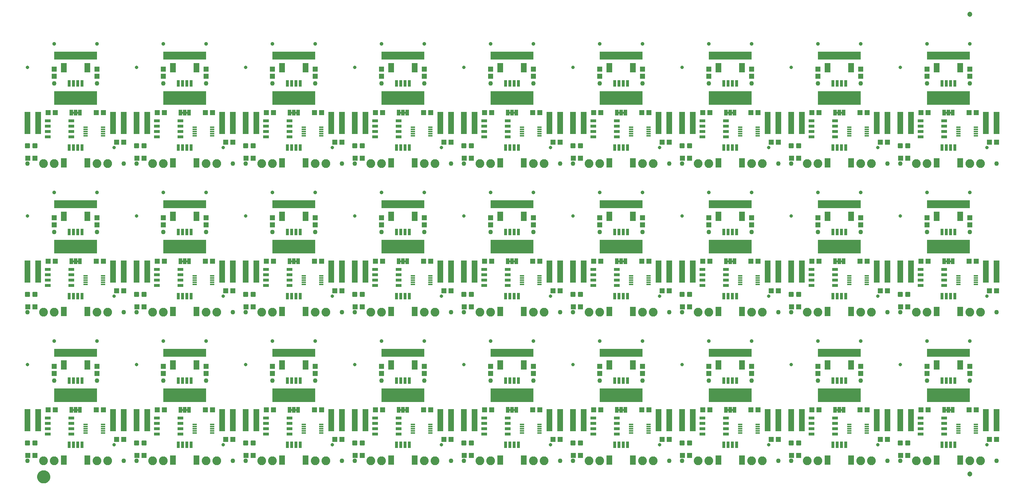
<source format=gts>
G75*
%MOIN*%
%OFA0B0*%
%FSLAX25Y25*%
%IPPOS*%
%LPD*%
%AMOC8*
5,1,8,0,0,1.08239X$1,22.5*
%
%ADD10C,0.04343*%
%ADD11C,0.03556*%
%ADD12R,0.40000X0.07500*%
%ADD13R,0.40000X0.12500*%
%ADD14R,0.05131X0.04737*%
%ADD15R,0.05524X0.03162*%
%ADD16R,0.05524X0.08674*%
%ADD17R,0.03162X0.06115*%
%ADD18R,0.04737X0.05131*%
%ADD19R,0.03300X0.05800*%
%ADD20C,0.00500*%
%ADD21C,0.08200*%
%ADD22C,0.03300*%
%ADD23R,0.04331X0.01575*%
%ADD24C,0.01421*%
%ADD25R,0.05800X0.20800*%
%ADD26C,0.04737*%
%ADD27C,0.05000*%
%ADD28C,0.06706*%
D10*
X0033400Y0033400D03*
X0123400Y0033400D03*
X0135400Y0033400D03*
X0225400Y0033400D03*
X0237400Y0033400D03*
X0327400Y0033400D03*
X0339400Y0033400D03*
X0429400Y0033400D03*
X0441400Y0033400D03*
X0531400Y0033400D03*
X0543400Y0033400D03*
X0633400Y0033400D03*
X0645400Y0033400D03*
X0735400Y0033400D03*
X0747400Y0033400D03*
X0837400Y0033400D03*
X0849400Y0033400D03*
X0939400Y0033400D03*
X0914400Y0108400D03*
X0874400Y0108400D03*
X0812400Y0108400D03*
X0772400Y0108400D03*
X0710400Y0108400D03*
X0670400Y0108400D03*
X0608400Y0108400D03*
X0568400Y0108400D03*
X0506400Y0108400D03*
X0466400Y0108400D03*
X0404400Y0108400D03*
X0364400Y0108400D03*
X0302400Y0108400D03*
X0262400Y0108400D03*
X0200400Y0108400D03*
X0160400Y0108400D03*
X0098400Y0108400D03*
X0058400Y0108400D03*
X0033400Y0172400D03*
X0123400Y0172400D03*
X0135400Y0172400D03*
X0225400Y0172400D03*
X0237400Y0172400D03*
X0327400Y0172400D03*
X0339400Y0172400D03*
X0429400Y0172400D03*
X0441400Y0172400D03*
X0531400Y0172400D03*
X0543400Y0172400D03*
X0633400Y0172400D03*
X0645400Y0172400D03*
X0735400Y0172400D03*
X0747400Y0172400D03*
X0837400Y0172400D03*
X0849400Y0172400D03*
X0939400Y0172400D03*
X0914400Y0247400D03*
X0874400Y0247400D03*
X0812400Y0247400D03*
X0772400Y0247400D03*
X0710400Y0247400D03*
X0670400Y0247400D03*
X0608400Y0247400D03*
X0568400Y0247400D03*
X0506400Y0247400D03*
X0466400Y0247400D03*
X0404400Y0247400D03*
X0364400Y0247400D03*
X0302400Y0247400D03*
X0262400Y0247400D03*
X0200400Y0247400D03*
X0160400Y0247400D03*
X0098400Y0247400D03*
X0058400Y0247400D03*
X0033400Y0311400D03*
X0123400Y0311400D03*
X0135400Y0311400D03*
X0225400Y0311400D03*
X0237400Y0311400D03*
X0327400Y0311400D03*
X0339400Y0311400D03*
X0429400Y0311400D03*
X0441400Y0311400D03*
X0531400Y0311400D03*
X0543400Y0311400D03*
X0633400Y0311400D03*
X0645400Y0311400D03*
X0735400Y0311400D03*
X0747400Y0311400D03*
X0837400Y0311400D03*
X0849400Y0311400D03*
X0939400Y0311400D03*
X0914400Y0386400D03*
X0874400Y0386400D03*
X0812400Y0386400D03*
X0772400Y0386400D03*
X0710400Y0386400D03*
X0670400Y0386400D03*
X0608400Y0386400D03*
X0568400Y0386400D03*
X0506400Y0386400D03*
X0466400Y0386400D03*
X0404400Y0386400D03*
X0364400Y0386400D03*
X0302400Y0386400D03*
X0262400Y0386400D03*
X0200400Y0386400D03*
X0160400Y0386400D03*
X0098400Y0386400D03*
X0058400Y0386400D03*
D11*
X0058400Y0423400D03*
X0098400Y0423400D03*
X0160400Y0423400D03*
X0200400Y0423400D03*
X0262400Y0423400D03*
X0302400Y0423400D03*
X0364400Y0423400D03*
X0404400Y0423400D03*
X0466400Y0423400D03*
X0506400Y0423400D03*
X0568400Y0423400D03*
X0608400Y0423400D03*
X0670400Y0423400D03*
X0710400Y0423400D03*
X0772400Y0423400D03*
X0812400Y0423400D03*
X0874400Y0423400D03*
X0914400Y0423400D03*
X0914400Y0284400D03*
X0874400Y0284400D03*
X0812400Y0284400D03*
X0772400Y0284400D03*
X0710400Y0284400D03*
X0670400Y0284400D03*
X0608400Y0284400D03*
X0568400Y0284400D03*
X0506400Y0284400D03*
X0466400Y0284400D03*
X0404400Y0284400D03*
X0364400Y0284400D03*
X0302400Y0284400D03*
X0262400Y0284400D03*
X0200400Y0284400D03*
X0160400Y0284400D03*
X0098400Y0284400D03*
X0058400Y0284400D03*
X0058400Y0145400D03*
X0098400Y0145400D03*
X0160400Y0145400D03*
X0200400Y0145400D03*
X0262400Y0145400D03*
X0302400Y0145400D03*
X0364400Y0145400D03*
X0404400Y0145400D03*
X0466400Y0145400D03*
X0506400Y0145400D03*
X0568400Y0145400D03*
X0608400Y0145400D03*
X0670400Y0145400D03*
X0710400Y0145400D03*
X0772400Y0145400D03*
X0812400Y0145400D03*
X0874400Y0145400D03*
X0914400Y0145400D03*
D12*
X0894400Y0134150D03*
X0792400Y0134150D03*
X0690400Y0134150D03*
X0588400Y0134150D03*
X0486400Y0134150D03*
X0384400Y0134150D03*
X0282400Y0134150D03*
X0180400Y0134150D03*
X0078400Y0134150D03*
X0078400Y0273150D03*
X0180400Y0273150D03*
X0282400Y0273150D03*
X0384400Y0273150D03*
X0486400Y0273150D03*
X0588400Y0273150D03*
X0690400Y0273150D03*
X0792400Y0273150D03*
X0894400Y0273150D03*
X0894400Y0412150D03*
X0792400Y0412150D03*
X0690400Y0412150D03*
X0588400Y0412150D03*
X0486400Y0412150D03*
X0384400Y0412150D03*
X0282400Y0412150D03*
X0180400Y0412150D03*
X0078400Y0412150D03*
D13*
X0078400Y0372650D03*
X0180400Y0372650D03*
X0282400Y0372650D03*
X0384400Y0372650D03*
X0486400Y0372650D03*
X0588400Y0372650D03*
X0690400Y0372650D03*
X0792400Y0372650D03*
X0894400Y0372650D03*
X0894400Y0233650D03*
X0792400Y0233650D03*
X0690400Y0233650D03*
X0588400Y0233650D03*
X0486400Y0233650D03*
X0384400Y0233650D03*
X0282400Y0233650D03*
X0180400Y0233650D03*
X0078400Y0233650D03*
X0078400Y0094650D03*
X0180400Y0094650D03*
X0282400Y0094650D03*
X0384400Y0094650D03*
X0486400Y0094650D03*
X0588400Y0094650D03*
X0690400Y0094650D03*
X0792400Y0094650D03*
X0894400Y0094650D03*
D14*
X0875246Y0080900D03*
X0868554Y0080900D03*
X0913554Y0080900D03*
X0920246Y0080900D03*
X0932554Y0053400D03*
X0939246Y0053400D03*
X0856246Y0038400D03*
X0849554Y0038400D03*
X0837246Y0053400D03*
X0830554Y0053400D03*
X0818246Y0080900D03*
X0811554Y0080900D03*
X0773246Y0080900D03*
X0766554Y0080900D03*
X0716246Y0080900D03*
X0709554Y0080900D03*
X0671246Y0080900D03*
X0664554Y0080900D03*
X0614246Y0080900D03*
X0607554Y0080900D03*
X0569246Y0080900D03*
X0562554Y0080900D03*
X0512246Y0080900D03*
X0505554Y0080900D03*
X0467246Y0080900D03*
X0460554Y0080900D03*
X0410246Y0080900D03*
X0403554Y0080900D03*
X0365246Y0080900D03*
X0358554Y0080900D03*
X0308246Y0080900D03*
X0301554Y0080900D03*
X0263246Y0080900D03*
X0256554Y0080900D03*
X0206246Y0080900D03*
X0199554Y0080900D03*
X0161246Y0080900D03*
X0154554Y0080900D03*
X0104246Y0080900D03*
X0097554Y0080900D03*
X0059246Y0080900D03*
X0052554Y0080900D03*
X0116554Y0053400D03*
X0123246Y0053400D03*
X0135554Y0038400D03*
X0142246Y0038400D03*
X0218554Y0053400D03*
X0225246Y0053400D03*
X0237554Y0038400D03*
X0244246Y0038400D03*
X0320554Y0053400D03*
X0327246Y0053400D03*
X0339554Y0038400D03*
X0346246Y0038400D03*
X0422554Y0053400D03*
X0429246Y0053400D03*
X0441554Y0038400D03*
X0448246Y0038400D03*
X0524554Y0053400D03*
X0531246Y0053400D03*
X0543554Y0038400D03*
X0550246Y0038400D03*
X0626554Y0053400D03*
X0633246Y0053400D03*
X0645554Y0038400D03*
X0652246Y0038400D03*
X0728554Y0053400D03*
X0735246Y0053400D03*
X0747554Y0038400D03*
X0754246Y0038400D03*
X0754246Y0177400D03*
X0747554Y0177400D03*
X0735246Y0192400D03*
X0728554Y0192400D03*
X0716246Y0219900D03*
X0709554Y0219900D03*
X0671246Y0219900D03*
X0664554Y0219900D03*
X0614246Y0219900D03*
X0607554Y0219900D03*
X0569246Y0219900D03*
X0562554Y0219900D03*
X0512246Y0219900D03*
X0505554Y0219900D03*
X0467246Y0219900D03*
X0460554Y0219900D03*
X0410246Y0219900D03*
X0403554Y0219900D03*
X0365246Y0219900D03*
X0358554Y0219900D03*
X0308246Y0219900D03*
X0301554Y0219900D03*
X0263246Y0219900D03*
X0256554Y0219900D03*
X0206246Y0219900D03*
X0199554Y0219900D03*
X0161246Y0219900D03*
X0154554Y0219900D03*
X0104246Y0219900D03*
X0097554Y0219900D03*
X0059246Y0219900D03*
X0052554Y0219900D03*
X0116554Y0192400D03*
X0123246Y0192400D03*
X0135554Y0177400D03*
X0142246Y0177400D03*
X0218554Y0192400D03*
X0225246Y0192400D03*
X0237554Y0177400D03*
X0244246Y0177400D03*
X0320554Y0192400D03*
X0327246Y0192400D03*
X0339554Y0177400D03*
X0346246Y0177400D03*
X0422554Y0192400D03*
X0429246Y0192400D03*
X0441554Y0177400D03*
X0448246Y0177400D03*
X0524554Y0192400D03*
X0531246Y0192400D03*
X0543554Y0177400D03*
X0550246Y0177400D03*
X0626554Y0192400D03*
X0633246Y0192400D03*
X0645554Y0177400D03*
X0652246Y0177400D03*
X0766554Y0219900D03*
X0773246Y0219900D03*
X0811554Y0219900D03*
X0818246Y0219900D03*
X0868554Y0219900D03*
X0875246Y0219900D03*
X0913554Y0219900D03*
X0920246Y0219900D03*
X0932554Y0192400D03*
X0939246Y0192400D03*
X0856246Y0177400D03*
X0849554Y0177400D03*
X0837246Y0192400D03*
X0830554Y0192400D03*
X0849554Y0316400D03*
X0856246Y0316400D03*
X0837246Y0331400D03*
X0830554Y0331400D03*
X0818246Y0358900D03*
X0811554Y0358900D03*
X0773246Y0358900D03*
X0766554Y0358900D03*
X0716246Y0358900D03*
X0709554Y0358900D03*
X0671246Y0358900D03*
X0664554Y0358900D03*
X0614246Y0358900D03*
X0607554Y0358900D03*
X0569246Y0358900D03*
X0562554Y0358900D03*
X0512246Y0358900D03*
X0505554Y0358900D03*
X0467246Y0358900D03*
X0460554Y0358900D03*
X0410246Y0358900D03*
X0403554Y0358900D03*
X0365246Y0358900D03*
X0358554Y0358900D03*
X0308246Y0358900D03*
X0301554Y0358900D03*
X0263246Y0358900D03*
X0256554Y0358900D03*
X0206246Y0358900D03*
X0199554Y0358900D03*
X0161246Y0358900D03*
X0154554Y0358900D03*
X0104246Y0358900D03*
X0097554Y0358900D03*
X0059246Y0358900D03*
X0052554Y0358900D03*
X0116554Y0331400D03*
X0123246Y0331400D03*
X0135554Y0316400D03*
X0142246Y0316400D03*
X0218554Y0331400D03*
X0225246Y0331400D03*
X0237554Y0316400D03*
X0244246Y0316400D03*
X0320554Y0331400D03*
X0327246Y0331400D03*
X0339554Y0316400D03*
X0346246Y0316400D03*
X0422554Y0331400D03*
X0429246Y0331400D03*
X0441554Y0316400D03*
X0448246Y0316400D03*
X0524554Y0331400D03*
X0531246Y0331400D03*
X0543554Y0316400D03*
X0550246Y0316400D03*
X0626554Y0331400D03*
X0633246Y0331400D03*
X0645554Y0316400D03*
X0652246Y0316400D03*
X0728554Y0331400D03*
X0735246Y0331400D03*
X0747554Y0316400D03*
X0754246Y0316400D03*
X0868554Y0358900D03*
X0875246Y0358900D03*
X0913554Y0358900D03*
X0920246Y0358900D03*
X0932554Y0331400D03*
X0939246Y0331400D03*
X0040246Y0316400D03*
X0033554Y0316400D03*
X0033554Y0177400D03*
X0040246Y0177400D03*
X0040246Y0038400D03*
X0033554Y0038400D03*
D15*
X0052376Y0058400D03*
X0052376Y0063400D03*
X0052376Y0068400D03*
X0052376Y0073400D03*
X0074424Y0073400D03*
X0074424Y0068400D03*
X0074424Y0063400D03*
X0074424Y0058400D03*
X0154376Y0058400D03*
X0154376Y0063400D03*
X0154376Y0068400D03*
X0154376Y0073400D03*
X0176424Y0073400D03*
X0176424Y0068400D03*
X0176424Y0063400D03*
X0176424Y0058400D03*
X0256376Y0058400D03*
X0256376Y0063400D03*
X0256376Y0068400D03*
X0256376Y0073400D03*
X0278424Y0073400D03*
X0278424Y0068400D03*
X0278424Y0063400D03*
X0278424Y0058400D03*
X0358376Y0058400D03*
X0358376Y0063400D03*
X0358376Y0068400D03*
X0358376Y0073400D03*
X0380424Y0073400D03*
X0380424Y0068400D03*
X0380424Y0063400D03*
X0380424Y0058400D03*
X0460376Y0058400D03*
X0460376Y0063400D03*
X0460376Y0068400D03*
X0460376Y0073400D03*
X0482424Y0073400D03*
X0482424Y0068400D03*
X0482424Y0063400D03*
X0482424Y0058400D03*
X0562376Y0058400D03*
X0562376Y0063400D03*
X0562376Y0068400D03*
X0562376Y0073400D03*
X0584424Y0073400D03*
X0584424Y0068400D03*
X0584424Y0063400D03*
X0584424Y0058400D03*
X0664376Y0058400D03*
X0664376Y0063400D03*
X0664376Y0068400D03*
X0664376Y0073400D03*
X0686424Y0073400D03*
X0686424Y0068400D03*
X0686424Y0063400D03*
X0686424Y0058400D03*
X0766376Y0058400D03*
X0766376Y0063400D03*
X0766376Y0068400D03*
X0766376Y0073400D03*
X0788424Y0073400D03*
X0788424Y0068400D03*
X0788424Y0063400D03*
X0788424Y0058400D03*
X0868376Y0058400D03*
X0868376Y0063400D03*
X0868376Y0068400D03*
X0868376Y0073400D03*
X0890424Y0073400D03*
X0890424Y0068400D03*
X0890424Y0063400D03*
X0890424Y0058400D03*
X0890424Y0197400D03*
X0890424Y0202400D03*
X0890424Y0207400D03*
X0890424Y0212400D03*
X0868376Y0212400D03*
X0868376Y0207400D03*
X0868376Y0202400D03*
X0868376Y0197400D03*
X0788424Y0197400D03*
X0788424Y0202400D03*
X0788424Y0207400D03*
X0788424Y0212400D03*
X0766376Y0212400D03*
X0766376Y0207400D03*
X0766376Y0202400D03*
X0766376Y0197400D03*
X0686424Y0197400D03*
X0686424Y0202400D03*
X0686424Y0207400D03*
X0686424Y0212400D03*
X0664376Y0212400D03*
X0664376Y0207400D03*
X0664376Y0202400D03*
X0664376Y0197400D03*
X0584424Y0197400D03*
X0584424Y0202400D03*
X0584424Y0207400D03*
X0584424Y0212400D03*
X0562376Y0212400D03*
X0562376Y0207400D03*
X0562376Y0202400D03*
X0562376Y0197400D03*
X0482424Y0197400D03*
X0482424Y0202400D03*
X0482424Y0207400D03*
X0482424Y0212400D03*
X0460376Y0212400D03*
X0460376Y0207400D03*
X0460376Y0202400D03*
X0460376Y0197400D03*
X0380424Y0197400D03*
X0380424Y0202400D03*
X0380424Y0207400D03*
X0380424Y0212400D03*
X0358376Y0212400D03*
X0358376Y0207400D03*
X0358376Y0202400D03*
X0358376Y0197400D03*
X0278424Y0197400D03*
X0278424Y0202400D03*
X0278424Y0207400D03*
X0278424Y0212400D03*
X0256376Y0212400D03*
X0256376Y0207400D03*
X0256376Y0202400D03*
X0256376Y0197400D03*
X0176424Y0197400D03*
X0176424Y0202400D03*
X0176424Y0207400D03*
X0176424Y0212400D03*
X0154376Y0212400D03*
X0154376Y0207400D03*
X0154376Y0202400D03*
X0154376Y0197400D03*
X0074424Y0197400D03*
X0074424Y0202400D03*
X0074424Y0207400D03*
X0074424Y0212400D03*
X0052376Y0212400D03*
X0052376Y0207400D03*
X0052376Y0202400D03*
X0052376Y0197400D03*
X0052376Y0336400D03*
X0052376Y0341400D03*
X0052376Y0346400D03*
X0052376Y0351400D03*
X0074424Y0351400D03*
X0074424Y0346400D03*
X0074424Y0341400D03*
X0074424Y0336400D03*
X0154376Y0336400D03*
X0154376Y0341400D03*
X0154376Y0346400D03*
X0154376Y0351400D03*
X0176424Y0351400D03*
X0176424Y0346400D03*
X0176424Y0341400D03*
X0176424Y0336400D03*
X0256376Y0336400D03*
X0256376Y0341400D03*
X0256376Y0346400D03*
X0256376Y0351400D03*
X0278424Y0351400D03*
X0278424Y0346400D03*
X0278424Y0341400D03*
X0278424Y0336400D03*
X0358376Y0336400D03*
X0358376Y0341400D03*
X0358376Y0346400D03*
X0358376Y0351400D03*
X0380424Y0351400D03*
X0380424Y0346400D03*
X0380424Y0341400D03*
X0380424Y0336400D03*
X0460376Y0336400D03*
X0460376Y0341400D03*
X0460376Y0346400D03*
X0460376Y0351400D03*
X0482424Y0351400D03*
X0482424Y0346400D03*
X0482424Y0341400D03*
X0482424Y0336400D03*
X0562376Y0336400D03*
X0562376Y0341400D03*
X0562376Y0346400D03*
X0562376Y0351400D03*
X0584424Y0351400D03*
X0584424Y0346400D03*
X0584424Y0341400D03*
X0584424Y0336400D03*
X0664376Y0336400D03*
X0664376Y0341400D03*
X0664376Y0346400D03*
X0664376Y0351400D03*
X0686424Y0351400D03*
X0686424Y0346400D03*
X0686424Y0341400D03*
X0686424Y0336400D03*
X0766376Y0336400D03*
X0766376Y0341400D03*
X0766376Y0346400D03*
X0766376Y0351400D03*
X0788424Y0351400D03*
X0788424Y0346400D03*
X0788424Y0341400D03*
X0788424Y0336400D03*
X0868376Y0336400D03*
X0868376Y0341400D03*
X0868376Y0346400D03*
X0868376Y0351400D03*
X0890424Y0351400D03*
X0890424Y0346400D03*
X0890424Y0341400D03*
X0890424Y0336400D03*
D16*
X0883376Y0311931D03*
X0905424Y0311931D03*
X0905424Y0261869D03*
X0883376Y0261869D03*
X0803424Y0261869D03*
X0781376Y0261869D03*
X0701424Y0261869D03*
X0679376Y0261869D03*
X0599424Y0261869D03*
X0577376Y0261869D03*
X0497424Y0261869D03*
X0475376Y0261869D03*
X0395424Y0261869D03*
X0373376Y0261869D03*
X0293424Y0261869D03*
X0271376Y0261869D03*
X0191424Y0261869D03*
X0169376Y0261869D03*
X0089424Y0261869D03*
X0067376Y0261869D03*
X0067376Y0311931D03*
X0089424Y0311931D03*
X0169376Y0311931D03*
X0191424Y0311931D03*
X0271376Y0311931D03*
X0293424Y0311931D03*
X0373376Y0311931D03*
X0395424Y0311931D03*
X0475376Y0311931D03*
X0497424Y0311931D03*
X0577376Y0311931D03*
X0599424Y0311931D03*
X0679376Y0311931D03*
X0701424Y0311931D03*
X0781376Y0311931D03*
X0803424Y0311931D03*
X0803424Y0400869D03*
X0781376Y0400869D03*
X0701424Y0400869D03*
X0679376Y0400869D03*
X0599424Y0400869D03*
X0577376Y0400869D03*
X0497424Y0400869D03*
X0475376Y0400869D03*
X0395424Y0400869D03*
X0373376Y0400869D03*
X0293424Y0400869D03*
X0271376Y0400869D03*
X0191424Y0400869D03*
X0169376Y0400869D03*
X0089424Y0400869D03*
X0067376Y0400869D03*
X0067376Y0172931D03*
X0089424Y0172931D03*
X0169376Y0172931D03*
X0191424Y0172931D03*
X0271376Y0172931D03*
X0293424Y0172931D03*
X0373376Y0172931D03*
X0395424Y0172931D03*
X0475376Y0172931D03*
X0497424Y0172931D03*
X0577376Y0172931D03*
X0599424Y0172931D03*
X0679376Y0172931D03*
X0701424Y0172931D03*
X0781376Y0172931D03*
X0803424Y0172931D03*
X0883376Y0172931D03*
X0905424Y0172931D03*
X0905424Y0122869D03*
X0883376Y0122869D03*
X0803424Y0122869D03*
X0781376Y0122869D03*
X0701424Y0122869D03*
X0679376Y0122869D03*
X0599424Y0122869D03*
X0577376Y0122869D03*
X0497424Y0122869D03*
X0475376Y0122869D03*
X0395424Y0122869D03*
X0373376Y0122869D03*
X0293424Y0122869D03*
X0271376Y0122869D03*
X0191424Y0122869D03*
X0169376Y0122869D03*
X0089424Y0122869D03*
X0067376Y0122869D03*
X0067376Y0033931D03*
X0089424Y0033931D03*
X0169376Y0033931D03*
X0191424Y0033931D03*
X0271376Y0033931D03*
X0293424Y0033931D03*
X0373376Y0033931D03*
X0395424Y0033931D03*
X0475376Y0033931D03*
X0497424Y0033931D03*
X0577376Y0033931D03*
X0599424Y0033931D03*
X0679376Y0033931D03*
X0701424Y0033931D03*
X0781376Y0033931D03*
X0803424Y0033931D03*
X0883376Y0033931D03*
X0905424Y0033931D03*
X0905424Y0400869D03*
X0883376Y0400869D03*
D17*
X0888494Y0386400D03*
X0892431Y0386400D03*
X0896369Y0386400D03*
X0900306Y0386400D03*
X0798306Y0386400D03*
X0794369Y0386400D03*
X0790431Y0386400D03*
X0786494Y0386400D03*
X0696306Y0386400D03*
X0692369Y0386400D03*
X0688431Y0386400D03*
X0684494Y0386400D03*
X0594306Y0386400D03*
X0590369Y0386400D03*
X0586431Y0386400D03*
X0582494Y0386400D03*
X0492306Y0386400D03*
X0488369Y0386400D03*
X0484431Y0386400D03*
X0480494Y0386400D03*
X0390306Y0386400D03*
X0386369Y0386400D03*
X0382431Y0386400D03*
X0378494Y0386400D03*
X0288306Y0386400D03*
X0284369Y0386400D03*
X0280431Y0386400D03*
X0276494Y0386400D03*
X0186306Y0386400D03*
X0182369Y0386400D03*
X0178431Y0386400D03*
X0174494Y0386400D03*
X0084306Y0386400D03*
X0080369Y0386400D03*
X0076431Y0386400D03*
X0072494Y0386400D03*
X0072494Y0326400D03*
X0076431Y0326400D03*
X0080369Y0326400D03*
X0084306Y0326400D03*
X0174494Y0326400D03*
X0178431Y0326400D03*
X0182369Y0326400D03*
X0186306Y0326400D03*
X0276494Y0326400D03*
X0280431Y0326400D03*
X0284369Y0326400D03*
X0288306Y0326400D03*
X0378494Y0326400D03*
X0382431Y0326400D03*
X0386369Y0326400D03*
X0390306Y0326400D03*
X0480494Y0326400D03*
X0484431Y0326400D03*
X0488369Y0326400D03*
X0492306Y0326400D03*
X0582494Y0326400D03*
X0586431Y0326400D03*
X0590369Y0326400D03*
X0594306Y0326400D03*
X0684494Y0326400D03*
X0688431Y0326400D03*
X0692369Y0326400D03*
X0696306Y0326400D03*
X0786494Y0326400D03*
X0790431Y0326400D03*
X0794369Y0326400D03*
X0798306Y0326400D03*
X0888494Y0326400D03*
X0892431Y0326400D03*
X0896369Y0326400D03*
X0900306Y0326400D03*
X0900306Y0247400D03*
X0896369Y0247400D03*
X0892431Y0247400D03*
X0888494Y0247400D03*
X0798306Y0247400D03*
X0794369Y0247400D03*
X0790431Y0247400D03*
X0786494Y0247400D03*
X0696306Y0247400D03*
X0692369Y0247400D03*
X0688431Y0247400D03*
X0684494Y0247400D03*
X0594306Y0247400D03*
X0590369Y0247400D03*
X0586431Y0247400D03*
X0582494Y0247400D03*
X0492306Y0247400D03*
X0488369Y0247400D03*
X0484431Y0247400D03*
X0480494Y0247400D03*
X0390306Y0247400D03*
X0386369Y0247400D03*
X0382431Y0247400D03*
X0378494Y0247400D03*
X0288306Y0247400D03*
X0284369Y0247400D03*
X0280431Y0247400D03*
X0276494Y0247400D03*
X0186306Y0247400D03*
X0182369Y0247400D03*
X0178431Y0247400D03*
X0174494Y0247400D03*
X0084306Y0247400D03*
X0080369Y0247400D03*
X0076431Y0247400D03*
X0072494Y0247400D03*
X0072494Y0187400D03*
X0076431Y0187400D03*
X0080369Y0187400D03*
X0084306Y0187400D03*
X0174494Y0187400D03*
X0178431Y0187400D03*
X0182369Y0187400D03*
X0186306Y0187400D03*
X0276494Y0187400D03*
X0280431Y0187400D03*
X0284369Y0187400D03*
X0288306Y0187400D03*
X0378494Y0187400D03*
X0382431Y0187400D03*
X0386369Y0187400D03*
X0390306Y0187400D03*
X0480494Y0187400D03*
X0484431Y0187400D03*
X0488369Y0187400D03*
X0492306Y0187400D03*
X0582494Y0187400D03*
X0586431Y0187400D03*
X0590369Y0187400D03*
X0594306Y0187400D03*
X0684494Y0187400D03*
X0688431Y0187400D03*
X0692369Y0187400D03*
X0696306Y0187400D03*
X0786494Y0187400D03*
X0790431Y0187400D03*
X0794369Y0187400D03*
X0798306Y0187400D03*
X0888494Y0187400D03*
X0892431Y0187400D03*
X0896369Y0187400D03*
X0900306Y0187400D03*
X0900306Y0108400D03*
X0896369Y0108400D03*
X0892431Y0108400D03*
X0888494Y0108400D03*
X0798306Y0108400D03*
X0794369Y0108400D03*
X0790431Y0108400D03*
X0786494Y0108400D03*
X0696306Y0108400D03*
X0692369Y0108400D03*
X0688431Y0108400D03*
X0684494Y0108400D03*
X0594306Y0108400D03*
X0590369Y0108400D03*
X0586431Y0108400D03*
X0582494Y0108400D03*
X0492306Y0108400D03*
X0488369Y0108400D03*
X0484431Y0108400D03*
X0480494Y0108400D03*
X0390306Y0108400D03*
X0386369Y0108400D03*
X0382431Y0108400D03*
X0378494Y0108400D03*
X0288306Y0108400D03*
X0284369Y0108400D03*
X0280431Y0108400D03*
X0276494Y0108400D03*
X0186306Y0108400D03*
X0182369Y0108400D03*
X0178431Y0108400D03*
X0174494Y0108400D03*
X0084306Y0108400D03*
X0080369Y0108400D03*
X0076431Y0108400D03*
X0072494Y0108400D03*
X0072494Y0048400D03*
X0076431Y0048400D03*
X0080369Y0048400D03*
X0084306Y0048400D03*
X0174494Y0048400D03*
X0178431Y0048400D03*
X0182369Y0048400D03*
X0186306Y0048400D03*
X0276494Y0048400D03*
X0280431Y0048400D03*
X0284369Y0048400D03*
X0288306Y0048400D03*
X0378494Y0048400D03*
X0382431Y0048400D03*
X0386369Y0048400D03*
X0390306Y0048400D03*
X0480494Y0048400D03*
X0484431Y0048400D03*
X0488369Y0048400D03*
X0492306Y0048400D03*
X0582494Y0048400D03*
X0586431Y0048400D03*
X0590369Y0048400D03*
X0594306Y0048400D03*
X0684494Y0048400D03*
X0688431Y0048400D03*
X0692369Y0048400D03*
X0696306Y0048400D03*
X0786494Y0048400D03*
X0790431Y0048400D03*
X0794369Y0048400D03*
X0798306Y0048400D03*
X0888494Y0048400D03*
X0892431Y0048400D03*
X0896369Y0048400D03*
X0900306Y0048400D03*
D18*
X0914400Y0115054D03*
X0914400Y0121746D03*
X0874400Y0121746D03*
X0874400Y0115054D03*
X0812400Y0115054D03*
X0812400Y0121746D03*
X0772400Y0121746D03*
X0772400Y0115054D03*
X0710400Y0115054D03*
X0710400Y0121746D03*
X0670400Y0121746D03*
X0670400Y0115054D03*
X0608400Y0115054D03*
X0608400Y0121746D03*
X0568400Y0121746D03*
X0568400Y0115054D03*
X0506400Y0115054D03*
X0506400Y0121746D03*
X0466400Y0121746D03*
X0466400Y0115054D03*
X0404400Y0115054D03*
X0404400Y0121746D03*
X0364400Y0121746D03*
X0364400Y0115054D03*
X0302400Y0115054D03*
X0302400Y0121746D03*
X0262400Y0121746D03*
X0262400Y0115054D03*
X0200400Y0115054D03*
X0200400Y0121746D03*
X0160400Y0121746D03*
X0160400Y0115054D03*
X0098400Y0115054D03*
X0098400Y0121746D03*
X0058400Y0121746D03*
X0058400Y0115054D03*
X0058400Y0254054D03*
X0058400Y0260746D03*
X0098400Y0260746D03*
X0098400Y0254054D03*
X0160400Y0254054D03*
X0160400Y0260746D03*
X0200400Y0260746D03*
X0200400Y0254054D03*
X0262400Y0254054D03*
X0262400Y0260746D03*
X0302400Y0260746D03*
X0302400Y0254054D03*
X0364400Y0254054D03*
X0364400Y0260746D03*
X0404400Y0260746D03*
X0404400Y0254054D03*
X0466400Y0254054D03*
X0466400Y0260746D03*
X0506400Y0260746D03*
X0506400Y0254054D03*
X0568400Y0254054D03*
X0568400Y0260746D03*
X0608400Y0260746D03*
X0608400Y0254054D03*
X0670400Y0254054D03*
X0670400Y0260746D03*
X0710400Y0260746D03*
X0710400Y0254054D03*
X0772400Y0254054D03*
X0772400Y0260746D03*
X0812400Y0260746D03*
X0812400Y0254054D03*
X0874400Y0254054D03*
X0874400Y0260746D03*
X0914400Y0260746D03*
X0914400Y0254054D03*
X0914400Y0393054D03*
X0914400Y0399746D03*
X0874400Y0399746D03*
X0874400Y0393054D03*
X0812400Y0393054D03*
X0812400Y0399746D03*
X0772400Y0399746D03*
X0772400Y0393054D03*
X0710400Y0393054D03*
X0710400Y0399746D03*
X0670400Y0399746D03*
X0670400Y0393054D03*
X0608400Y0393054D03*
X0608400Y0399746D03*
X0568400Y0399746D03*
X0568400Y0393054D03*
X0506400Y0393054D03*
X0506400Y0399746D03*
X0466400Y0399746D03*
X0466400Y0393054D03*
X0404400Y0393054D03*
X0404400Y0399746D03*
X0364400Y0399746D03*
X0364400Y0393054D03*
X0302400Y0393054D03*
X0302400Y0399746D03*
X0262400Y0399746D03*
X0262400Y0393054D03*
X0200400Y0393054D03*
X0200400Y0399746D03*
X0160400Y0399746D03*
X0160400Y0393054D03*
X0098400Y0393054D03*
X0098400Y0399746D03*
X0058400Y0399746D03*
X0058400Y0393054D03*
D19*
X0074400Y0358900D03*
X0078400Y0358900D03*
X0082400Y0358900D03*
X0176400Y0358900D03*
X0180400Y0358900D03*
X0184400Y0358900D03*
X0278400Y0358900D03*
X0282400Y0358900D03*
X0286400Y0358900D03*
X0380400Y0358900D03*
X0384400Y0358900D03*
X0388400Y0358900D03*
X0482400Y0358900D03*
X0486400Y0358900D03*
X0490400Y0358900D03*
X0584400Y0358900D03*
X0588400Y0358900D03*
X0592400Y0358900D03*
X0686400Y0358900D03*
X0690400Y0358900D03*
X0694400Y0358900D03*
X0788400Y0358900D03*
X0792400Y0358900D03*
X0796400Y0358900D03*
X0890400Y0358900D03*
X0894400Y0358900D03*
X0898400Y0358900D03*
X0898400Y0219900D03*
X0894400Y0219900D03*
X0890400Y0219900D03*
X0796400Y0219900D03*
X0792400Y0219900D03*
X0788400Y0219900D03*
X0694400Y0219900D03*
X0690400Y0219900D03*
X0686400Y0219900D03*
X0592400Y0219900D03*
X0588400Y0219900D03*
X0584400Y0219900D03*
X0490400Y0219900D03*
X0486400Y0219900D03*
X0482400Y0219900D03*
X0388400Y0219900D03*
X0384400Y0219900D03*
X0380400Y0219900D03*
X0286400Y0219900D03*
X0282400Y0219900D03*
X0278400Y0219900D03*
X0184400Y0219900D03*
X0180400Y0219900D03*
X0176400Y0219900D03*
X0082400Y0219900D03*
X0078400Y0219900D03*
X0074400Y0219900D03*
X0074400Y0080900D03*
X0078400Y0080900D03*
X0082400Y0080900D03*
X0176400Y0080900D03*
X0180400Y0080900D03*
X0184400Y0080900D03*
X0278400Y0080900D03*
X0282400Y0080900D03*
X0286400Y0080900D03*
X0380400Y0080900D03*
X0384400Y0080900D03*
X0388400Y0080900D03*
X0482400Y0080900D03*
X0486400Y0080900D03*
X0490400Y0080900D03*
X0584400Y0080900D03*
X0588400Y0080900D03*
X0592400Y0080900D03*
X0686400Y0080900D03*
X0690400Y0080900D03*
X0694400Y0080900D03*
X0788400Y0080900D03*
X0792400Y0080900D03*
X0796400Y0080900D03*
X0890400Y0080900D03*
X0894400Y0080900D03*
X0898400Y0080900D03*
D20*
X0897150Y0080663D02*
X0891650Y0080663D01*
X0891650Y0080400D02*
X0891650Y0081400D01*
X0897150Y0081400D01*
X0897150Y0080400D01*
X0891650Y0080400D01*
X0891650Y0081162D02*
X0897150Y0081162D01*
X0795150Y0081162D02*
X0789650Y0081162D01*
X0789650Y0081400D02*
X0789650Y0080400D01*
X0795150Y0080400D01*
X0795150Y0081400D01*
X0789650Y0081400D01*
X0789650Y0080663D02*
X0795150Y0080663D01*
X0693150Y0080663D02*
X0687650Y0080663D01*
X0687650Y0080400D02*
X0687650Y0081400D01*
X0693150Y0081400D01*
X0693150Y0080400D01*
X0687650Y0080400D01*
X0687650Y0081162D02*
X0693150Y0081162D01*
X0591150Y0081162D02*
X0585650Y0081162D01*
X0585650Y0081400D02*
X0585650Y0080400D01*
X0591150Y0080400D01*
X0591150Y0081400D01*
X0585650Y0081400D01*
X0585650Y0080663D02*
X0591150Y0080663D01*
X0489150Y0080663D02*
X0483650Y0080663D01*
X0483650Y0080400D02*
X0483650Y0081400D01*
X0489150Y0081400D01*
X0489150Y0080400D01*
X0483650Y0080400D01*
X0483650Y0081162D02*
X0489150Y0081162D01*
X0387150Y0081162D02*
X0381650Y0081162D01*
X0381650Y0081400D02*
X0381650Y0080400D01*
X0387150Y0080400D01*
X0387150Y0081400D01*
X0381650Y0081400D01*
X0381650Y0080663D02*
X0387150Y0080663D01*
X0285150Y0080663D02*
X0279650Y0080663D01*
X0279650Y0080400D02*
X0279650Y0081400D01*
X0285150Y0081400D01*
X0285150Y0080400D01*
X0279650Y0080400D01*
X0279650Y0081162D02*
X0285150Y0081162D01*
X0183150Y0081162D02*
X0177650Y0081162D01*
X0177650Y0081400D02*
X0177650Y0080400D01*
X0183150Y0080400D01*
X0183150Y0081400D01*
X0177650Y0081400D01*
X0177650Y0080663D02*
X0183150Y0080663D01*
X0081150Y0080663D02*
X0075650Y0080663D01*
X0075650Y0080400D02*
X0075650Y0081400D01*
X0081150Y0081400D01*
X0081150Y0080400D01*
X0075650Y0080400D01*
X0075650Y0081162D02*
X0081150Y0081162D01*
X0081150Y0219400D02*
X0075650Y0219400D01*
X0075650Y0220400D01*
X0081150Y0220400D01*
X0081150Y0219400D01*
X0081150Y0219748D02*
X0075650Y0219748D01*
X0075650Y0220246D02*
X0081150Y0220246D01*
X0177650Y0220246D02*
X0183150Y0220246D01*
X0183150Y0220400D02*
X0183150Y0219400D01*
X0177650Y0219400D01*
X0177650Y0220400D01*
X0183150Y0220400D01*
X0183150Y0219748D02*
X0177650Y0219748D01*
X0279650Y0219748D02*
X0285150Y0219748D01*
X0285150Y0219400D02*
X0279650Y0219400D01*
X0279650Y0220400D01*
X0285150Y0220400D01*
X0285150Y0219400D01*
X0285150Y0220246D02*
X0279650Y0220246D01*
X0381650Y0220246D02*
X0387150Y0220246D01*
X0387150Y0220400D02*
X0387150Y0219400D01*
X0381650Y0219400D01*
X0381650Y0220400D01*
X0387150Y0220400D01*
X0387150Y0219748D02*
X0381650Y0219748D01*
X0483650Y0219748D02*
X0489150Y0219748D01*
X0489150Y0219400D02*
X0483650Y0219400D01*
X0483650Y0220400D01*
X0489150Y0220400D01*
X0489150Y0219400D01*
X0489150Y0220246D02*
X0483650Y0220246D01*
X0585650Y0220246D02*
X0591150Y0220246D01*
X0591150Y0220400D02*
X0591150Y0219400D01*
X0585650Y0219400D01*
X0585650Y0220400D01*
X0591150Y0220400D01*
X0591150Y0219748D02*
X0585650Y0219748D01*
X0687650Y0219748D02*
X0693150Y0219748D01*
X0693150Y0219400D02*
X0687650Y0219400D01*
X0687650Y0220400D01*
X0693150Y0220400D01*
X0693150Y0219400D01*
X0693150Y0220246D02*
X0687650Y0220246D01*
X0789650Y0220246D02*
X0795150Y0220246D01*
X0795150Y0220400D02*
X0795150Y0219400D01*
X0789650Y0219400D01*
X0789650Y0220400D01*
X0795150Y0220400D01*
X0795150Y0219748D02*
X0789650Y0219748D01*
X0891650Y0219748D02*
X0897150Y0219748D01*
X0897150Y0219400D02*
X0891650Y0219400D01*
X0891650Y0220400D01*
X0897150Y0220400D01*
X0897150Y0219400D01*
X0897150Y0220246D02*
X0891650Y0220246D01*
X0891650Y0358400D02*
X0891650Y0359400D01*
X0897150Y0359400D01*
X0897150Y0358400D01*
X0891650Y0358400D01*
X0891650Y0358833D02*
X0897150Y0358833D01*
X0897150Y0359331D02*
X0891650Y0359331D01*
X0795150Y0359331D02*
X0789650Y0359331D01*
X0789650Y0359400D02*
X0789650Y0358400D01*
X0795150Y0358400D01*
X0795150Y0359400D01*
X0789650Y0359400D01*
X0789650Y0358833D02*
X0795150Y0358833D01*
X0693150Y0358833D02*
X0687650Y0358833D01*
X0687650Y0358400D02*
X0687650Y0359400D01*
X0693150Y0359400D01*
X0693150Y0358400D01*
X0687650Y0358400D01*
X0687650Y0359331D02*
X0693150Y0359331D01*
X0591150Y0359331D02*
X0585650Y0359331D01*
X0585650Y0359400D02*
X0585650Y0358400D01*
X0591150Y0358400D01*
X0591150Y0359400D01*
X0585650Y0359400D01*
X0585650Y0358833D02*
X0591150Y0358833D01*
X0489150Y0358833D02*
X0483650Y0358833D01*
X0483650Y0358400D02*
X0483650Y0359400D01*
X0489150Y0359400D01*
X0489150Y0358400D01*
X0483650Y0358400D01*
X0483650Y0359331D02*
X0489150Y0359331D01*
X0387150Y0359331D02*
X0381650Y0359331D01*
X0381650Y0359400D02*
X0381650Y0358400D01*
X0387150Y0358400D01*
X0387150Y0359400D01*
X0381650Y0359400D01*
X0381650Y0358833D02*
X0387150Y0358833D01*
X0285150Y0358833D02*
X0279650Y0358833D01*
X0279650Y0358400D02*
X0279650Y0359400D01*
X0285150Y0359400D01*
X0285150Y0358400D01*
X0279650Y0358400D01*
X0279650Y0359331D02*
X0285150Y0359331D01*
X0183150Y0359331D02*
X0177650Y0359331D01*
X0177650Y0359400D02*
X0177650Y0358400D01*
X0183150Y0358400D01*
X0183150Y0359400D01*
X0177650Y0359400D01*
X0177650Y0358833D02*
X0183150Y0358833D01*
X0081150Y0358833D02*
X0075650Y0358833D01*
X0075650Y0358400D02*
X0075650Y0359400D01*
X0081150Y0359400D01*
X0081150Y0358400D01*
X0075650Y0358400D01*
X0075650Y0359331D02*
X0081150Y0359331D01*
D21*
X0098400Y0311400D03*
X0108400Y0311400D03*
X0150400Y0311400D03*
X0160400Y0311400D03*
X0200400Y0311400D03*
X0210400Y0311400D03*
X0252400Y0311400D03*
X0262400Y0311400D03*
X0302400Y0311400D03*
X0312400Y0311400D03*
X0354400Y0311400D03*
X0364400Y0311400D03*
X0404400Y0311400D03*
X0414400Y0311400D03*
X0456400Y0311400D03*
X0466400Y0311400D03*
X0506400Y0311400D03*
X0516400Y0311400D03*
X0558400Y0311400D03*
X0568400Y0311400D03*
X0608400Y0311400D03*
X0618400Y0311400D03*
X0660400Y0311400D03*
X0670400Y0311400D03*
X0710400Y0311400D03*
X0720400Y0311400D03*
X0762400Y0311400D03*
X0772400Y0311400D03*
X0812400Y0311400D03*
X0822400Y0311400D03*
X0864400Y0311400D03*
X0874400Y0311400D03*
X0914400Y0311400D03*
X0924400Y0311400D03*
X0924400Y0172400D03*
X0914400Y0172400D03*
X0874400Y0172400D03*
X0864400Y0172400D03*
X0822400Y0172400D03*
X0812400Y0172400D03*
X0772400Y0172400D03*
X0762400Y0172400D03*
X0720400Y0172400D03*
X0710400Y0172400D03*
X0670400Y0172400D03*
X0660400Y0172400D03*
X0618400Y0172400D03*
X0608400Y0172400D03*
X0568400Y0172400D03*
X0558400Y0172400D03*
X0516400Y0172400D03*
X0506400Y0172400D03*
X0466400Y0172400D03*
X0456400Y0172400D03*
X0414400Y0172400D03*
X0404400Y0172400D03*
X0364400Y0172400D03*
X0354400Y0172400D03*
X0312400Y0172400D03*
X0302400Y0172400D03*
X0262400Y0172400D03*
X0252400Y0172400D03*
X0210400Y0172400D03*
X0200400Y0172400D03*
X0160400Y0172400D03*
X0150400Y0172400D03*
X0108400Y0172400D03*
X0098400Y0172400D03*
X0058400Y0172400D03*
X0048400Y0172400D03*
X0048400Y0033400D03*
X0058400Y0033400D03*
X0098400Y0033400D03*
X0108400Y0033400D03*
X0150400Y0033400D03*
X0160400Y0033400D03*
X0200400Y0033400D03*
X0210400Y0033400D03*
X0252400Y0033400D03*
X0262400Y0033400D03*
X0302400Y0033400D03*
X0312400Y0033400D03*
X0354400Y0033400D03*
X0364400Y0033400D03*
X0404400Y0033400D03*
X0414400Y0033400D03*
X0456400Y0033400D03*
X0466400Y0033400D03*
X0506400Y0033400D03*
X0516400Y0033400D03*
X0558400Y0033400D03*
X0568400Y0033400D03*
X0608400Y0033400D03*
X0618400Y0033400D03*
X0660400Y0033400D03*
X0670400Y0033400D03*
X0710400Y0033400D03*
X0720400Y0033400D03*
X0762400Y0033400D03*
X0772400Y0033400D03*
X0812400Y0033400D03*
X0822400Y0033400D03*
X0864400Y0033400D03*
X0874400Y0033400D03*
X0914400Y0033400D03*
X0924400Y0033400D03*
X0058400Y0311400D03*
X0048400Y0311400D03*
D22*
X0114400Y0326400D03*
X0216400Y0326400D03*
X0318400Y0326400D03*
X0420400Y0326400D03*
X0522400Y0326400D03*
X0624400Y0326400D03*
X0726400Y0326400D03*
X0828400Y0326400D03*
X0930400Y0326400D03*
X0849400Y0262400D03*
X0747400Y0262400D03*
X0645400Y0262400D03*
X0543400Y0262400D03*
X0441400Y0262400D03*
X0339400Y0262400D03*
X0237400Y0262400D03*
X0135400Y0262400D03*
X0033400Y0262400D03*
X0114400Y0187400D03*
X0216400Y0187400D03*
X0318400Y0187400D03*
X0420400Y0187400D03*
X0522400Y0187400D03*
X0624400Y0187400D03*
X0726400Y0187400D03*
X0828400Y0187400D03*
X0930400Y0187400D03*
X0849400Y0123400D03*
X0747400Y0123400D03*
X0645400Y0123400D03*
X0543400Y0123400D03*
X0441400Y0123400D03*
X0339400Y0123400D03*
X0237400Y0123400D03*
X0135400Y0123400D03*
X0033400Y0123400D03*
X0114400Y0048400D03*
X0216400Y0048400D03*
X0318400Y0048400D03*
X0420400Y0048400D03*
X0522400Y0048400D03*
X0624400Y0048400D03*
X0726400Y0048400D03*
X0828400Y0048400D03*
X0930400Y0048400D03*
X0849400Y0401400D03*
X0747400Y0401400D03*
X0645400Y0401400D03*
X0543400Y0401400D03*
X0441400Y0401400D03*
X0339400Y0401400D03*
X0237400Y0401400D03*
X0135400Y0401400D03*
X0033400Y0401400D03*
D23*
X0087829Y0345337D03*
X0087829Y0343369D03*
X0087829Y0341400D03*
X0087829Y0339431D03*
X0087829Y0337463D03*
X0103971Y0337463D03*
X0103971Y0339431D03*
X0103971Y0341400D03*
X0103971Y0343369D03*
X0103971Y0345337D03*
X0189829Y0345337D03*
X0189829Y0343369D03*
X0189829Y0341400D03*
X0189829Y0339431D03*
X0189829Y0337463D03*
X0205971Y0337463D03*
X0205971Y0339431D03*
X0205971Y0341400D03*
X0205971Y0343369D03*
X0205971Y0345337D03*
X0291829Y0345337D03*
X0291829Y0343369D03*
X0291829Y0341400D03*
X0291829Y0339431D03*
X0291829Y0337463D03*
X0307971Y0337463D03*
X0307971Y0339431D03*
X0307971Y0341400D03*
X0307971Y0343369D03*
X0307971Y0345337D03*
X0393829Y0345337D03*
X0393829Y0343369D03*
X0393829Y0341400D03*
X0393829Y0339431D03*
X0393829Y0337463D03*
X0409971Y0337463D03*
X0409971Y0339431D03*
X0409971Y0341400D03*
X0409971Y0343369D03*
X0409971Y0345337D03*
X0495829Y0345337D03*
X0495829Y0343369D03*
X0495829Y0341400D03*
X0495829Y0339431D03*
X0495829Y0337463D03*
X0511971Y0337463D03*
X0511971Y0339431D03*
X0511971Y0341400D03*
X0511971Y0343369D03*
X0511971Y0345337D03*
X0597829Y0345337D03*
X0597829Y0343369D03*
X0597829Y0341400D03*
X0597829Y0339431D03*
X0597829Y0337463D03*
X0613971Y0337463D03*
X0613971Y0339431D03*
X0613971Y0341400D03*
X0613971Y0343369D03*
X0613971Y0345337D03*
X0699829Y0345337D03*
X0699829Y0343369D03*
X0699829Y0341400D03*
X0699829Y0339431D03*
X0699829Y0337463D03*
X0715971Y0337463D03*
X0715971Y0339431D03*
X0715971Y0341400D03*
X0715971Y0343369D03*
X0715971Y0345337D03*
X0801829Y0345337D03*
X0801829Y0343369D03*
X0801829Y0341400D03*
X0801829Y0339431D03*
X0801829Y0337463D03*
X0817971Y0337463D03*
X0817971Y0339431D03*
X0817971Y0341400D03*
X0817971Y0343369D03*
X0817971Y0345337D03*
X0903829Y0345337D03*
X0903829Y0343369D03*
X0903829Y0341400D03*
X0903829Y0339431D03*
X0903829Y0337463D03*
X0919971Y0337463D03*
X0919971Y0339431D03*
X0919971Y0341400D03*
X0919971Y0343369D03*
X0919971Y0345337D03*
X0919971Y0206337D03*
X0919971Y0204369D03*
X0919971Y0202400D03*
X0919971Y0200431D03*
X0919971Y0198463D03*
X0903829Y0198463D03*
X0903829Y0200431D03*
X0903829Y0202400D03*
X0903829Y0204369D03*
X0903829Y0206337D03*
X0817971Y0206337D03*
X0817971Y0204369D03*
X0817971Y0202400D03*
X0817971Y0200431D03*
X0817971Y0198463D03*
X0801829Y0198463D03*
X0801829Y0200431D03*
X0801829Y0202400D03*
X0801829Y0204369D03*
X0801829Y0206337D03*
X0715971Y0206337D03*
X0715971Y0204369D03*
X0715971Y0202400D03*
X0715971Y0200431D03*
X0715971Y0198463D03*
X0699829Y0198463D03*
X0699829Y0200431D03*
X0699829Y0202400D03*
X0699829Y0204369D03*
X0699829Y0206337D03*
X0613971Y0206337D03*
X0613971Y0204369D03*
X0613971Y0202400D03*
X0613971Y0200431D03*
X0613971Y0198463D03*
X0597829Y0198463D03*
X0597829Y0200431D03*
X0597829Y0202400D03*
X0597829Y0204369D03*
X0597829Y0206337D03*
X0511971Y0206337D03*
X0511971Y0204369D03*
X0511971Y0202400D03*
X0511971Y0200431D03*
X0511971Y0198463D03*
X0495829Y0198463D03*
X0495829Y0200431D03*
X0495829Y0202400D03*
X0495829Y0204369D03*
X0495829Y0206337D03*
X0409971Y0206337D03*
X0409971Y0204369D03*
X0409971Y0202400D03*
X0409971Y0200431D03*
X0409971Y0198463D03*
X0393829Y0198463D03*
X0393829Y0200431D03*
X0393829Y0202400D03*
X0393829Y0204369D03*
X0393829Y0206337D03*
X0307971Y0206337D03*
X0307971Y0204369D03*
X0307971Y0202400D03*
X0307971Y0200431D03*
X0307971Y0198463D03*
X0291829Y0198463D03*
X0291829Y0200431D03*
X0291829Y0202400D03*
X0291829Y0204369D03*
X0291829Y0206337D03*
X0205971Y0206337D03*
X0205971Y0204369D03*
X0205971Y0202400D03*
X0205971Y0200431D03*
X0205971Y0198463D03*
X0189829Y0198463D03*
X0189829Y0200431D03*
X0189829Y0202400D03*
X0189829Y0204369D03*
X0189829Y0206337D03*
X0103971Y0206337D03*
X0103971Y0204369D03*
X0103971Y0202400D03*
X0103971Y0200431D03*
X0103971Y0198463D03*
X0087829Y0198463D03*
X0087829Y0200431D03*
X0087829Y0202400D03*
X0087829Y0204369D03*
X0087829Y0206337D03*
X0087829Y0067337D03*
X0087829Y0065369D03*
X0087829Y0063400D03*
X0087829Y0061431D03*
X0087829Y0059463D03*
X0103971Y0059463D03*
X0103971Y0061431D03*
X0103971Y0063400D03*
X0103971Y0065369D03*
X0103971Y0067337D03*
X0189829Y0067337D03*
X0189829Y0065369D03*
X0189829Y0063400D03*
X0189829Y0061431D03*
X0189829Y0059463D03*
X0205971Y0059463D03*
X0205971Y0061431D03*
X0205971Y0063400D03*
X0205971Y0065369D03*
X0205971Y0067337D03*
X0291829Y0067337D03*
X0291829Y0065369D03*
X0291829Y0063400D03*
X0291829Y0061431D03*
X0291829Y0059463D03*
X0307971Y0059463D03*
X0307971Y0061431D03*
X0307971Y0063400D03*
X0307971Y0065369D03*
X0307971Y0067337D03*
X0393829Y0067337D03*
X0393829Y0065369D03*
X0393829Y0063400D03*
X0393829Y0061431D03*
X0393829Y0059463D03*
X0409971Y0059463D03*
X0409971Y0061431D03*
X0409971Y0063400D03*
X0409971Y0065369D03*
X0409971Y0067337D03*
X0495829Y0067337D03*
X0495829Y0065369D03*
X0495829Y0063400D03*
X0495829Y0061431D03*
X0495829Y0059463D03*
X0511971Y0059463D03*
X0511971Y0061431D03*
X0511971Y0063400D03*
X0511971Y0065369D03*
X0511971Y0067337D03*
X0597829Y0067337D03*
X0597829Y0065369D03*
X0597829Y0063400D03*
X0597829Y0061431D03*
X0597829Y0059463D03*
X0613971Y0059463D03*
X0613971Y0061431D03*
X0613971Y0063400D03*
X0613971Y0065369D03*
X0613971Y0067337D03*
X0699829Y0067337D03*
X0699829Y0065369D03*
X0699829Y0063400D03*
X0699829Y0061431D03*
X0699829Y0059463D03*
X0715971Y0059463D03*
X0715971Y0061431D03*
X0715971Y0063400D03*
X0715971Y0065369D03*
X0715971Y0067337D03*
X0801829Y0067337D03*
X0801829Y0065369D03*
X0801829Y0063400D03*
X0801829Y0061431D03*
X0801829Y0059463D03*
X0817971Y0059463D03*
X0817971Y0061431D03*
X0817971Y0063400D03*
X0817971Y0065369D03*
X0817971Y0067337D03*
X0903829Y0067337D03*
X0903829Y0065369D03*
X0903829Y0063400D03*
X0903829Y0061431D03*
X0903829Y0059463D03*
X0919971Y0059463D03*
X0919971Y0061431D03*
X0919971Y0063400D03*
X0919971Y0065369D03*
X0919971Y0067337D03*
D24*
X0854695Y0051558D02*
X0854695Y0048242D01*
X0854695Y0051558D02*
X0858011Y0051558D01*
X0858011Y0048242D01*
X0854695Y0048242D01*
X0854695Y0049662D02*
X0858011Y0049662D01*
X0858011Y0051082D02*
X0854695Y0051082D01*
X0847789Y0051558D02*
X0847789Y0048242D01*
X0847789Y0051558D02*
X0851105Y0051558D01*
X0851105Y0048242D01*
X0847789Y0048242D01*
X0847789Y0049662D02*
X0851105Y0049662D01*
X0851105Y0051082D02*
X0847789Y0051082D01*
X0752695Y0051558D02*
X0752695Y0048242D01*
X0752695Y0051558D02*
X0756011Y0051558D01*
X0756011Y0048242D01*
X0752695Y0048242D01*
X0752695Y0049662D02*
X0756011Y0049662D01*
X0756011Y0051082D02*
X0752695Y0051082D01*
X0745789Y0051558D02*
X0745789Y0048242D01*
X0745789Y0051558D02*
X0749105Y0051558D01*
X0749105Y0048242D01*
X0745789Y0048242D01*
X0745789Y0049662D02*
X0749105Y0049662D01*
X0749105Y0051082D02*
X0745789Y0051082D01*
X0650695Y0051558D02*
X0650695Y0048242D01*
X0650695Y0051558D02*
X0654011Y0051558D01*
X0654011Y0048242D01*
X0650695Y0048242D01*
X0650695Y0049662D02*
X0654011Y0049662D01*
X0654011Y0051082D02*
X0650695Y0051082D01*
X0643789Y0051558D02*
X0643789Y0048242D01*
X0643789Y0051558D02*
X0647105Y0051558D01*
X0647105Y0048242D01*
X0643789Y0048242D01*
X0643789Y0049662D02*
X0647105Y0049662D01*
X0647105Y0051082D02*
X0643789Y0051082D01*
X0548695Y0051558D02*
X0548695Y0048242D01*
X0548695Y0051558D02*
X0552011Y0051558D01*
X0552011Y0048242D01*
X0548695Y0048242D01*
X0548695Y0049662D02*
X0552011Y0049662D01*
X0552011Y0051082D02*
X0548695Y0051082D01*
X0541789Y0051558D02*
X0541789Y0048242D01*
X0541789Y0051558D02*
X0545105Y0051558D01*
X0545105Y0048242D01*
X0541789Y0048242D01*
X0541789Y0049662D02*
X0545105Y0049662D01*
X0545105Y0051082D02*
X0541789Y0051082D01*
X0446695Y0051558D02*
X0446695Y0048242D01*
X0446695Y0051558D02*
X0450011Y0051558D01*
X0450011Y0048242D01*
X0446695Y0048242D01*
X0446695Y0049662D02*
X0450011Y0049662D01*
X0450011Y0051082D02*
X0446695Y0051082D01*
X0439789Y0051558D02*
X0439789Y0048242D01*
X0439789Y0051558D02*
X0443105Y0051558D01*
X0443105Y0048242D01*
X0439789Y0048242D01*
X0439789Y0049662D02*
X0443105Y0049662D01*
X0443105Y0051082D02*
X0439789Y0051082D01*
X0344695Y0051558D02*
X0344695Y0048242D01*
X0344695Y0051558D02*
X0348011Y0051558D01*
X0348011Y0048242D01*
X0344695Y0048242D01*
X0344695Y0049662D02*
X0348011Y0049662D01*
X0348011Y0051082D02*
X0344695Y0051082D01*
X0337789Y0051558D02*
X0337789Y0048242D01*
X0337789Y0051558D02*
X0341105Y0051558D01*
X0341105Y0048242D01*
X0337789Y0048242D01*
X0337789Y0049662D02*
X0341105Y0049662D01*
X0341105Y0051082D02*
X0337789Y0051082D01*
X0242695Y0051558D02*
X0242695Y0048242D01*
X0242695Y0051558D02*
X0246011Y0051558D01*
X0246011Y0048242D01*
X0242695Y0048242D01*
X0242695Y0049662D02*
X0246011Y0049662D01*
X0246011Y0051082D02*
X0242695Y0051082D01*
X0235789Y0051558D02*
X0235789Y0048242D01*
X0235789Y0051558D02*
X0239105Y0051558D01*
X0239105Y0048242D01*
X0235789Y0048242D01*
X0235789Y0049662D02*
X0239105Y0049662D01*
X0239105Y0051082D02*
X0235789Y0051082D01*
X0140695Y0051558D02*
X0140695Y0048242D01*
X0140695Y0051558D02*
X0144011Y0051558D01*
X0144011Y0048242D01*
X0140695Y0048242D01*
X0140695Y0049662D02*
X0144011Y0049662D01*
X0144011Y0051082D02*
X0140695Y0051082D01*
X0133789Y0051558D02*
X0133789Y0048242D01*
X0133789Y0051558D02*
X0137105Y0051558D01*
X0137105Y0048242D01*
X0133789Y0048242D01*
X0133789Y0049662D02*
X0137105Y0049662D01*
X0137105Y0051082D02*
X0133789Y0051082D01*
X0038695Y0051558D02*
X0038695Y0048242D01*
X0038695Y0051558D02*
X0042011Y0051558D01*
X0042011Y0048242D01*
X0038695Y0048242D01*
X0038695Y0049662D02*
X0042011Y0049662D01*
X0042011Y0051082D02*
X0038695Y0051082D01*
X0031789Y0051558D02*
X0031789Y0048242D01*
X0031789Y0051558D02*
X0035105Y0051558D01*
X0035105Y0048242D01*
X0031789Y0048242D01*
X0031789Y0049662D02*
X0035105Y0049662D01*
X0035105Y0051082D02*
X0031789Y0051082D01*
X0031789Y0187242D02*
X0031789Y0190558D01*
X0035105Y0190558D01*
X0035105Y0187242D01*
X0031789Y0187242D01*
X0031789Y0188662D02*
X0035105Y0188662D01*
X0035105Y0190082D02*
X0031789Y0190082D01*
X0038695Y0190558D02*
X0038695Y0187242D01*
X0038695Y0190558D02*
X0042011Y0190558D01*
X0042011Y0187242D01*
X0038695Y0187242D01*
X0038695Y0188662D02*
X0042011Y0188662D01*
X0042011Y0190082D02*
X0038695Y0190082D01*
X0133789Y0190558D02*
X0133789Y0187242D01*
X0133789Y0190558D02*
X0137105Y0190558D01*
X0137105Y0187242D01*
X0133789Y0187242D01*
X0133789Y0188662D02*
X0137105Y0188662D01*
X0137105Y0190082D02*
X0133789Y0190082D01*
X0140695Y0190558D02*
X0140695Y0187242D01*
X0140695Y0190558D02*
X0144011Y0190558D01*
X0144011Y0187242D01*
X0140695Y0187242D01*
X0140695Y0188662D02*
X0144011Y0188662D01*
X0144011Y0190082D02*
X0140695Y0190082D01*
X0235789Y0190558D02*
X0235789Y0187242D01*
X0235789Y0190558D02*
X0239105Y0190558D01*
X0239105Y0187242D01*
X0235789Y0187242D01*
X0235789Y0188662D02*
X0239105Y0188662D01*
X0239105Y0190082D02*
X0235789Y0190082D01*
X0242695Y0190558D02*
X0242695Y0187242D01*
X0242695Y0190558D02*
X0246011Y0190558D01*
X0246011Y0187242D01*
X0242695Y0187242D01*
X0242695Y0188662D02*
X0246011Y0188662D01*
X0246011Y0190082D02*
X0242695Y0190082D01*
X0337789Y0190558D02*
X0337789Y0187242D01*
X0337789Y0190558D02*
X0341105Y0190558D01*
X0341105Y0187242D01*
X0337789Y0187242D01*
X0337789Y0188662D02*
X0341105Y0188662D01*
X0341105Y0190082D02*
X0337789Y0190082D01*
X0344695Y0190558D02*
X0344695Y0187242D01*
X0344695Y0190558D02*
X0348011Y0190558D01*
X0348011Y0187242D01*
X0344695Y0187242D01*
X0344695Y0188662D02*
X0348011Y0188662D01*
X0348011Y0190082D02*
X0344695Y0190082D01*
X0439789Y0190558D02*
X0439789Y0187242D01*
X0439789Y0190558D02*
X0443105Y0190558D01*
X0443105Y0187242D01*
X0439789Y0187242D01*
X0439789Y0188662D02*
X0443105Y0188662D01*
X0443105Y0190082D02*
X0439789Y0190082D01*
X0446695Y0190558D02*
X0446695Y0187242D01*
X0446695Y0190558D02*
X0450011Y0190558D01*
X0450011Y0187242D01*
X0446695Y0187242D01*
X0446695Y0188662D02*
X0450011Y0188662D01*
X0450011Y0190082D02*
X0446695Y0190082D01*
X0541789Y0190558D02*
X0541789Y0187242D01*
X0541789Y0190558D02*
X0545105Y0190558D01*
X0545105Y0187242D01*
X0541789Y0187242D01*
X0541789Y0188662D02*
X0545105Y0188662D01*
X0545105Y0190082D02*
X0541789Y0190082D01*
X0548695Y0190558D02*
X0548695Y0187242D01*
X0548695Y0190558D02*
X0552011Y0190558D01*
X0552011Y0187242D01*
X0548695Y0187242D01*
X0548695Y0188662D02*
X0552011Y0188662D01*
X0552011Y0190082D02*
X0548695Y0190082D01*
X0643789Y0190558D02*
X0643789Y0187242D01*
X0643789Y0190558D02*
X0647105Y0190558D01*
X0647105Y0187242D01*
X0643789Y0187242D01*
X0643789Y0188662D02*
X0647105Y0188662D01*
X0647105Y0190082D02*
X0643789Y0190082D01*
X0650695Y0190558D02*
X0650695Y0187242D01*
X0650695Y0190558D02*
X0654011Y0190558D01*
X0654011Y0187242D01*
X0650695Y0187242D01*
X0650695Y0188662D02*
X0654011Y0188662D01*
X0654011Y0190082D02*
X0650695Y0190082D01*
X0745789Y0190558D02*
X0745789Y0187242D01*
X0745789Y0190558D02*
X0749105Y0190558D01*
X0749105Y0187242D01*
X0745789Y0187242D01*
X0745789Y0188662D02*
X0749105Y0188662D01*
X0749105Y0190082D02*
X0745789Y0190082D01*
X0752695Y0190558D02*
X0752695Y0187242D01*
X0752695Y0190558D02*
X0756011Y0190558D01*
X0756011Y0187242D01*
X0752695Y0187242D01*
X0752695Y0188662D02*
X0756011Y0188662D01*
X0756011Y0190082D02*
X0752695Y0190082D01*
X0847789Y0190558D02*
X0847789Y0187242D01*
X0847789Y0190558D02*
X0851105Y0190558D01*
X0851105Y0187242D01*
X0847789Y0187242D01*
X0847789Y0188662D02*
X0851105Y0188662D01*
X0851105Y0190082D02*
X0847789Y0190082D01*
X0854695Y0190558D02*
X0854695Y0187242D01*
X0854695Y0190558D02*
X0858011Y0190558D01*
X0858011Y0187242D01*
X0854695Y0187242D01*
X0854695Y0188662D02*
X0858011Y0188662D01*
X0858011Y0190082D02*
X0854695Y0190082D01*
X0854695Y0326242D02*
X0854695Y0329558D01*
X0858011Y0329558D01*
X0858011Y0326242D01*
X0854695Y0326242D01*
X0854695Y0327662D02*
X0858011Y0327662D01*
X0858011Y0329082D02*
X0854695Y0329082D01*
X0847789Y0329558D02*
X0847789Y0326242D01*
X0847789Y0329558D02*
X0851105Y0329558D01*
X0851105Y0326242D01*
X0847789Y0326242D01*
X0847789Y0327662D02*
X0851105Y0327662D01*
X0851105Y0329082D02*
X0847789Y0329082D01*
X0752695Y0329558D02*
X0752695Y0326242D01*
X0752695Y0329558D02*
X0756011Y0329558D01*
X0756011Y0326242D01*
X0752695Y0326242D01*
X0752695Y0327662D02*
X0756011Y0327662D01*
X0756011Y0329082D02*
X0752695Y0329082D01*
X0745789Y0329558D02*
X0745789Y0326242D01*
X0745789Y0329558D02*
X0749105Y0329558D01*
X0749105Y0326242D01*
X0745789Y0326242D01*
X0745789Y0327662D02*
X0749105Y0327662D01*
X0749105Y0329082D02*
X0745789Y0329082D01*
X0650695Y0329558D02*
X0650695Y0326242D01*
X0650695Y0329558D02*
X0654011Y0329558D01*
X0654011Y0326242D01*
X0650695Y0326242D01*
X0650695Y0327662D02*
X0654011Y0327662D01*
X0654011Y0329082D02*
X0650695Y0329082D01*
X0643789Y0329558D02*
X0643789Y0326242D01*
X0643789Y0329558D02*
X0647105Y0329558D01*
X0647105Y0326242D01*
X0643789Y0326242D01*
X0643789Y0327662D02*
X0647105Y0327662D01*
X0647105Y0329082D02*
X0643789Y0329082D01*
X0548695Y0329558D02*
X0548695Y0326242D01*
X0548695Y0329558D02*
X0552011Y0329558D01*
X0552011Y0326242D01*
X0548695Y0326242D01*
X0548695Y0327662D02*
X0552011Y0327662D01*
X0552011Y0329082D02*
X0548695Y0329082D01*
X0541789Y0329558D02*
X0541789Y0326242D01*
X0541789Y0329558D02*
X0545105Y0329558D01*
X0545105Y0326242D01*
X0541789Y0326242D01*
X0541789Y0327662D02*
X0545105Y0327662D01*
X0545105Y0329082D02*
X0541789Y0329082D01*
X0446695Y0329558D02*
X0446695Y0326242D01*
X0446695Y0329558D02*
X0450011Y0329558D01*
X0450011Y0326242D01*
X0446695Y0326242D01*
X0446695Y0327662D02*
X0450011Y0327662D01*
X0450011Y0329082D02*
X0446695Y0329082D01*
X0439789Y0329558D02*
X0439789Y0326242D01*
X0439789Y0329558D02*
X0443105Y0329558D01*
X0443105Y0326242D01*
X0439789Y0326242D01*
X0439789Y0327662D02*
X0443105Y0327662D01*
X0443105Y0329082D02*
X0439789Y0329082D01*
X0344695Y0329558D02*
X0344695Y0326242D01*
X0344695Y0329558D02*
X0348011Y0329558D01*
X0348011Y0326242D01*
X0344695Y0326242D01*
X0344695Y0327662D02*
X0348011Y0327662D01*
X0348011Y0329082D02*
X0344695Y0329082D01*
X0337789Y0329558D02*
X0337789Y0326242D01*
X0337789Y0329558D02*
X0341105Y0329558D01*
X0341105Y0326242D01*
X0337789Y0326242D01*
X0337789Y0327662D02*
X0341105Y0327662D01*
X0341105Y0329082D02*
X0337789Y0329082D01*
X0242695Y0329558D02*
X0242695Y0326242D01*
X0242695Y0329558D02*
X0246011Y0329558D01*
X0246011Y0326242D01*
X0242695Y0326242D01*
X0242695Y0327662D02*
X0246011Y0327662D01*
X0246011Y0329082D02*
X0242695Y0329082D01*
X0235789Y0329558D02*
X0235789Y0326242D01*
X0235789Y0329558D02*
X0239105Y0329558D01*
X0239105Y0326242D01*
X0235789Y0326242D01*
X0235789Y0327662D02*
X0239105Y0327662D01*
X0239105Y0329082D02*
X0235789Y0329082D01*
X0140695Y0329558D02*
X0140695Y0326242D01*
X0140695Y0329558D02*
X0144011Y0329558D01*
X0144011Y0326242D01*
X0140695Y0326242D01*
X0140695Y0327662D02*
X0144011Y0327662D01*
X0144011Y0329082D02*
X0140695Y0329082D01*
X0133789Y0329558D02*
X0133789Y0326242D01*
X0133789Y0329558D02*
X0137105Y0329558D01*
X0137105Y0326242D01*
X0133789Y0326242D01*
X0133789Y0327662D02*
X0137105Y0327662D01*
X0137105Y0329082D02*
X0133789Y0329082D01*
X0038695Y0329558D02*
X0038695Y0326242D01*
X0038695Y0329558D02*
X0042011Y0329558D01*
X0042011Y0326242D01*
X0038695Y0326242D01*
X0038695Y0327662D02*
X0042011Y0327662D01*
X0042011Y0329082D02*
X0038695Y0329082D01*
X0031789Y0329558D02*
X0031789Y0326242D01*
X0031789Y0329558D02*
X0035105Y0329558D01*
X0035105Y0326242D01*
X0031789Y0326242D01*
X0031789Y0327662D02*
X0035105Y0327662D01*
X0035105Y0329082D02*
X0031789Y0329082D01*
D25*
X0033400Y0349400D03*
X0043400Y0349400D03*
X0113400Y0349400D03*
X0123400Y0349400D03*
X0135400Y0349400D03*
X0145400Y0349400D03*
X0215400Y0349400D03*
X0225400Y0349400D03*
X0237400Y0349400D03*
X0247400Y0349400D03*
X0317400Y0349400D03*
X0327400Y0349400D03*
X0339400Y0349400D03*
X0349400Y0349400D03*
X0419400Y0349400D03*
X0429400Y0349400D03*
X0441400Y0349400D03*
X0451400Y0349400D03*
X0521400Y0349400D03*
X0531400Y0349400D03*
X0543400Y0349400D03*
X0553400Y0349400D03*
X0623400Y0349400D03*
X0633400Y0349400D03*
X0645400Y0349400D03*
X0655400Y0349400D03*
X0725400Y0349400D03*
X0735400Y0349400D03*
X0747400Y0349400D03*
X0757400Y0349400D03*
X0827400Y0349400D03*
X0837400Y0349400D03*
X0849400Y0349400D03*
X0859400Y0349400D03*
X0929400Y0349400D03*
X0939400Y0349400D03*
X0939400Y0210400D03*
X0929400Y0210400D03*
X0859400Y0210400D03*
X0849400Y0210400D03*
X0837400Y0210400D03*
X0827400Y0210400D03*
X0757400Y0210400D03*
X0747400Y0210400D03*
X0735400Y0210400D03*
X0725400Y0210400D03*
X0655400Y0210400D03*
X0645400Y0210400D03*
X0633400Y0210400D03*
X0623400Y0210400D03*
X0553400Y0210400D03*
X0543400Y0210400D03*
X0531400Y0210400D03*
X0521400Y0210400D03*
X0451400Y0210400D03*
X0441400Y0210400D03*
X0429400Y0210400D03*
X0419400Y0210400D03*
X0349400Y0210400D03*
X0339400Y0210400D03*
X0327400Y0210400D03*
X0317400Y0210400D03*
X0247400Y0210400D03*
X0237400Y0210400D03*
X0225400Y0210400D03*
X0215400Y0210400D03*
X0145400Y0210400D03*
X0135400Y0210400D03*
X0123400Y0210400D03*
X0113400Y0210400D03*
X0043400Y0210400D03*
X0033400Y0210400D03*
X0033400Y0071400D03*
X0043400Y0071400D03*
X0113400Y0071400D03*
X0123400Y0071400D03*
X0135400Y0071400D03*
X0145400Y0071400D03*
X0215400Y0071400D03*
X0225400Y0071400D03*
X0237400Y0071400D03*
X0247400Y0071400D03*
X0317400Y0071400D03*
X0327400Y0071400D03*
X0339400Y0071400D03*
X0349400Y0071400D03*
X0419400Y0071400D03*
X0429400Y0071400D03*
X0441400Y0071400D03*
X0451400Y0071400D03*
X0521400Y0071400D03*
X0531400Y0071400D03*
X0543400Y0071400D03*
X0553400Y0071400D03*
X0623400Y0071400D03*
X0633400Y0071400D03*
X0645400Y0071400D03*
X0655400Y0071400D03*
X0725400Y0071400D03*
X0735400Y0071400D03*
X0747400Y0071400D03*
X0757400Y0071400D03*
X0827400Y0071400D03*
X0837400Y0071400D03*
X0849400Y0071400D03*
X0859400Y0071400D03*
X0929400Y0071400D03*
X0939400Y0071400D03*
D26*
X0914400Y0020900D03*
X0914400Y0450900D03*
D27*
X0044835Y0018400D02*
X0044837Y0018519D01*
X0044843Y0018638D01*
X0044853Y0018757D01*
X0044867Y0018875D01*
X0044885Y0018993D01*
X0044906Y0019110D01*
X0044932Y0019226D01*
X0044962Y0019342D01*
X0044995Y0019456D01*
X0045032Y0019569D01*
X0045073Y0019681D01*
X0045118Y0019792D01*
X0045166Y0019901D01*
X0045218Y0020008D01*
X0045274Y0020113D01*
X0045333Y0020217D01*
X0045395Y0020318D01*
X0045461Y0020418D01*
X0045530Y0020515D01*
X0045602Y0020609D01*
X0045678Y0020702D01*
X0045756Y0020791D01*
X0045837Y0020878D01*
X0045922Y0020963D01*
X0046009Y0021044D01*
X0046098Y0021122D01*
X0046191Y0021198D01*
X0046285Y0021270D01*
X0046382Y0021339D01*
X0046482Y0021405D01*
X0046583Y0021467D01*
X0046687Y0021526D01*
X0046792Y0021582D01*
X0046899Y0021634D01*
X0047008Y0021682D01*
X0047119Y0021727D01*
X0047231Y0021768D01*
X0047344Y0021805D01*
X0047458Y0021838D01*
X0047574Y0021868D01*
X0047690Y0021894D01*
X0047807Y0021915D01*
X0047925Y0021933D01*
X0048043Y0021947D01*
X0048162Y0021957D01*
X0048281Y0021963D01*
X0048400Y0021965D01*
X0048519Y0021963D01*
X0048638Y0021957D01*
X0048757Y0021947D01*
X0048875Y0021933D01*
X0048993Y0021915D01*
X0049110Y0021894D01*
X0049226Y0021868D01*
X0049342Y0021838D01*
X0049456Y0021805D01*
X0049569Y0021768D01*
X0049681Y0021727D01*
X0049792Y0021682D01*
X0049901Y0021634D01*
X0050008Y0021582D01*
X0050113Y0021526D01*
X0050217Y0021467D01*
X0050318Y0021405D01*
X0050418Y0021339D01*
X0050515Y0021270D01*
X0050609Y0021198D01*
X0050702Y0021122D01*
X0050791Y0021044D01*
X0050878Y0020963D01*
X0050963Y0020878D01*
X0051044Y0020791D01*
X0051122Y0020702D01*
X0051198Y0020609D01*
X0051270Y0020515D01*
X0051339Y0020418D01*
X0051405Y0020318D01*
X0051467Y0020217D01*
X0051526Y0020113D01*
X0051582Y0020008D01*
X0051634Y0019901D01*
X0051682Y0019792D01*
X0051727Y0019681D01*
X0051768Y0019569D01*
X0051805Y0019456D01*
X0051838Y0019342D01*
X0051868Y0019226D01*
X0051894Y0019110D01*
X0051915Y0018993D01*
X0051933Y0018875D01*
X0051947Y0018757D01*
X0051957Y0018638D01*
X0051963Y0018519D01*
X0051965Y0018400D01*
X0051963Y0018281D01*
X0051957Y0018162D01*
X0051947Y0018043D01*
X0051933Y0017925D01*
X0051915Y0017807D01*
X0051894Y0017690D01*
X0051868Y0017574D01*
X0051838Y0017458D01*
X0051805Y0017344D01*
X0051768Y0017231D01*
X0051727Y0017119D01*
X0051682Y0017008D01*
X0051634Y0016899D01*
X0051582Y0016792D01*
X0051526Y0016687D01*
X0051467Y0016583D01*
X0051405Y0016482D01*
X0051339Y0016382D01*
X0051270Y0016285D01*
X0051198Y0016191D01*
X0051122Y0016098D01*
X0051044Y0016009D01*
X0050963Y0015922D01*
X0050878Y0015837D01*
X0050791Y0015756D01*
X0050702Y0015678D01*
X0050609Y0015602D01*
X0050515Y0015530D01*
X0050418Y0015461D01*
X0050318Y0015395D01*
X0050217Y0015333D01*
X0050113Y0015274D01*
X0050008Y0015218D01*
X0049901Y0015166D01*
X0049792Y0015118D01*
X0049681Y0015073D01*
X0049569Y0015032D01*
X0049456Y0014995D01*
X0049342Y0014962D01*
X0049226Y0014932D01*
X0049110Y0014906D01*
X0048993Y0014885D01*
X0048875Y0014867D01*
X0048757Y0014853D01*
X0048638Y0014843D01*
X0048519Y0014837D01*
X0048400Y0014835D01*
X0048281Y0014837D01*
X0048162Y0014843D01*
X0048043Y0014853D01*
X0047925Y0014867D01*
X0047807Y0014885D01*
X0047690Y0014906D01*
X0047574Y0014932D01*
X0047458Y0014962D01*
X0047344Y0014995D01*
X0047231Y0015032D01*
X0047119Y0015073D01*
X0047008Y0015118D01*
X0046899Y0015166D01*
X0046792Y0015218D01*
X0046687Y0015274D01*
X0046583Y0015333D01*
X0046482Y0015395D01*
X0046382Y0015461D01*
X0046285Y0015530D01*
X0046191Y0015602D01*
X0046098Y0015678D01*
X0046009Y0015756D01*
X0045922Y0015837D01*
X0045837Y0015922D01*
X0045756Y0016009D01*
X0045678Y0016098D01*
X0045602Y0016191D01*
X0045530Y0016285D01*
X0045461Y0016382D01*
X0045395Y0016482D01*
X0045333Y0016583D01*
X0045274Y0016687D01*
X0045218Y0016792D01*
X0045166Y0016899D01*
X0045118Y0017008D01*
X0045073Y0017119D01*
X0045032Y0017231D01*
X0044995Y0017344D01*
X0044962Y0017458D01*
X0044932Y0017574D01*
X0044906Y0017690D01*
X0044885Y0017807D01*
X0044867Y0017925D01*
X0044853Y0018043D01*
X0044843Y0018162D01*
X0044837Y0018281D01*
X0044835Y0018400D01*
D28*
X0048400Y0018400D03*
M02*

</source>
